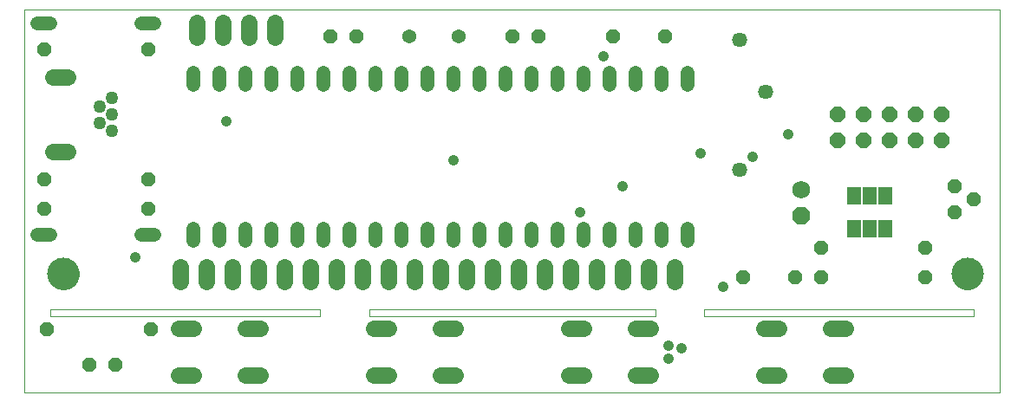
<source format=gbs>
G75*
%MOIN*%
%OFA0B0*%
%FSLAX25Y25*%
%IPPOS*%
%LPD*%
%AMOC8*
5,1,8,0,0,1.08239X$1,22.5*
%
%ADD10C,0.00000*%
%ADD11C,0.12411*%
%ADD12C,0.05400*%
%ADD13OC8,0.05400*%
%ADD14OC8,0.06900*%
%ADD15C,0.06900*%
%ADD16C,0.06200*%
%ADD17C,0.05400*%
%ADD18C,0.05743*%
%ADD19R,0.05200X0.06900*%
%ADD20OC8,0.05800*%
%ADD21C,0.04956*%
%ADD22C,0.04162*%
D10*
X0002038Y0001200D02*
X0002038Y0148650D01*
X0376959Y0148650D01*
X0376959Y0001200D01*
X0002038Y0001200D01*
X0012018Y0030550D02*
X0012018Y0033050D01*
X0115768Y0033050D01*
X0115768Y0030550D01*
X0012018Y0030550D01*
X0011112Y0046800D02*
X0011114Y0046953D01*
X0011120Y0047107D01*
X0011130Y0047260D01*
X0011144Y0047412D01*
X0011162Y0047565D01*
X0011184Y0047716D01*
X0011209Y0047867D01*
X0011239Y0048018D01*
X0011273Y0048168D01*
X0011310Y0048316D01*
X0011351Y0048464D01*
X0011396Y0048610D01*
X0011445Y0048756D01*
X0011498Y0048900D01*
X0011554Y0049042D01*
X0011614Y0049183D01*
X0011678Y0049323D01*
X0011745Y0049461D01*
X0011816Y0049597D01*
X0011891Y0049731D01*
X0011968Y0049863D01*
X0012050Y0049993D01*
X0012134Y0050121D01*
X0012222Y0050247D01*
X0012313Y0050370D01*
X0012407Y0050491D01*
X0012505Y0050609D01*
X0012605Y0050725D01*
X0012709Y0050838D01*
X0012815Y0050949D01*
X0012924Y0051057D01*
X0013036Y0051162D01*
X0013150Y0051263D01*
X0013268Y0051362D01*
X0013387Y0051458D01*
X0013509Y0051551D01*
X0013634Y0051640D01*
X0013761Y0051727D01*
X0013890Y0051809D01*
X0014021Y0051889D01*
X0014154Y0051965D01*
X0014289Y0052038D01*
X0014426Y0052107D01*
X0014565Y0052172D01*
X0014705Y0052234D01*
X0014847Y0052292D01*
X0014990Y0052347D01*
X0015135Y0052398D01*
X0015281Y0052445D01*
X0015428Y0052488D01*
X0015576Y0052527D01*
X0015725Y0052563D01*
X0015875Y0052594D01*
X0016026Y0052622D01*
X0016177Y0052646D01*
X0016330Y0052666D01*
X0016482Y0052682D01*
X0016635Y0052694D01*
X0016788Y0052702D01*
X0016941Y0052706D01*
X0017095Y0052706D01*
X0017248Y0052702D01*
X0017401Y0052694D01*
X0017554Y0052682D01*
X0017706Y0052666D01*
X0017859Y0052646D01*
X0018010Y0052622D01*
X0018161Y0052594D01*
X0018311Y0052563D01*
X0018460Y0052527D01*
X0018608Y0052488D01*
X0018755Y0052445D01*
X0018901Y0052398D01*
X0019046Y0052347D01*
X0019189Y0052292D01*
X0019331Y0052234D01*
X0019471Y0052172D01*
X0019610Y0052107D01*
X0019747Y0052038D01*
X0019882Y0051965D01*
X0020015Y0051889D01*
X0020146Y0051809D01*
X0020275Y0051727D01*
X0020402Y0051640D01*
X0020527Y0051551D01*
X0020649Y0051458D01*
X0020768Y0051362D01*
X0020886Y0051263D01*
X0021000Y0051162D01*
X0021112Y0051057D01*
X0021221Y0050949D01*
X0021327Y0050838D01*
X0021431Y0050725D01*
X0021531Y0050609D01*
X0021629Y0050491D01*
X0021723Y0050370D01*
X0021814Y0050247D01*
X0021902Y0050121D01*
X0021986Y0049993D01*
X0022068Y0049863D01*
X0022145Y0049731D01*
X0022220Y0049597D01*
X0022291Y0049461D01*
X0022358Y0049323D01*
X0022422Y0049183D01*
X0022482Y0049042D01*
X0022538Y0048900D01*
X0022591Y0048756D01*
X0022640Y0048610D01*
X0022685Y0048464D01*
X0022726Y0048316D01*
X0022763Y0048168D01*
X0022797Y0048018D01*
X0022827Y0047867D01*
X0022852Y0047716D01*
X0022874Y0047565D01*
X0022892Y0047412D01*
X0022906Y0047260D01*
X0022916Y0047107D01*
X0022922Y0046953D01*
X0022924Y0046800D01*
X0022922Y0046647D01*
X0022916Y0046493D01*
X0022906Y0046340D01*
X0022892Y0046188D01*
X0022874Y0046035D01*
X0022852Y0045884D01*
X0022827Y0045733D01*
X0022797Y0045582D01*
X0022763Y0045432D01*
X0022726Y0045284D01*
X0022685Y0045136D01*
X0022640Y0044990D01*
X0022591Y0044844D01*
X0022538Y0044700D01*
X0022482Y0044558D01*
X0022422Y0044417D01*
X0022358Y0044277D01*
X0022291Y0044139D01*
X0022220Y0044003D01*
X0022145Y0043869D01*
X0022068Y0043737D01*
X0021986Y0043607D01*
X0021902Y0043479D01*
X0021814Y0043353D01*
X0021723Y0043230D01*
X0021629Y0043109D01*
X0021531Y0042991D01*
X0021431Y0042875D01*
X0021327Y0042762D01*
X0021221Y0042651D01*
X0021112Y0042543D01*
X0021000Y0042438D01*
X0020886Y0042337D01*
X0020768Y0042238D01*
X0020649Y0042142D01*
X0020527Y0042049D01*
X0020402Y0041960D01*
X0020275Y0041873D01*
X0020146Y0041791D01*
X0020015Y0041711D01*
X0019882Y0041635D01*
X0019747Y0041562D01*
X0019610Y0041493D01*
X0019471Y0041428D01*
X0019331Y0041366D01*
X0019189Y0041308D01*
X0019046Y0041253D01*
X0018901Y0041202D01*
X0018755Y0041155D01*
X0018608Y0041112D01*
X0018460Y0041073D01*
X0018311Y0041037D01*
X0018161Y0041006D01*
X0018010Y0040978D01*
X0017859Y0040954D01*
X0017706Y0040934D01*
X0017554Y0040918D01*
X0017401Y0040906D01*
X0017248Y0040898D01*
X0017095Y0040894D01*
X0016941Y0040894D01*
X0016788Y0040898D01*
X0016635Y0040906D01*
X0016482Y0040918D01*
X0016330Y0040934D01*
X0016177Y0040954D01*
X0016026Y0040978D01*
X0015875Y0041006D01*
X0015725Y0041037D01*
X0015576Y0041073D01*
X0015428Y0041112D01*
X0015281Y0041155D01*
X0015135Y0041202D01*
X0014990Y0041253D01*
X0014847Y0041308D01*
X0014705Y0041366D01*
X0014565Y0041428D01*
X0014426Y0041493D01*
X0014289Y0041562D01*
X0014154Y0041635D01*
X0014021Y0041711D01*
X0013890Y0041791D01*
X0013761Y0041873D01*
X0013634Y0041960D01*
X0013509Y0042049D01*
X0013387Y0042142D01*
X0013268Y0042238D01*
X0013150Y0042337D01*
X0013036Y0042438D01*
X0012924Y0042543D01*
X0012815Y0042651D01*
X0012709Y0042762D01*
X0012605Y0042875D01*
X0012505Y0042991D01*
X0012407Y0043109D01*
X0012313Y0043230D01*
X0012222Y0043353D01*
X0012134Y0043479D01*
X0012050Y0043607D01*
X0011968Y0043737D01*
X0011891Y0043869D01*
X0011816Y0044003D01*
X0011745Y0044139D01*
X0011678Y0044277D01*
X0011614Y0044417D01*
X0011554Y0044558D01*
X0011498Y0044700D01*
X0011445Y0044844D01*
X0011396Y0044990D01*
X0011351Y0045136D01*
X0011310Y0045284D01*
X0011273Y0045432D01*
X0011239Y0045582D01*
X0011209Y0045733D01*
X0011184Y0045884D01*
X0011162Y0046035D01*
X0011144Y0046188D01*
X0011130Y0046340D01*
X0011120Y0046493D01*
X0011114Y0046647D01*
X0011112Y0046800D01*
X0134518Y0033050D02*
X0134518Y0030550D01*
X0244518Y0030550D01*
X0244518Y0033050D01*
X0134518Y0033050D01*
X0263268Y0033050D02*
X0263268Y0030550D01*
X0367018Y0030550D01*
X0367018Y0033050D01*
X0263268Y0033050D01*
X0358612Y0046800D02*
X0358614Y0046953D01*
X0358620Y0047107D01*
X0358630Y0047260D01*
X0358644Y0047412D01*
X0358662Y0047565D01*
X0358684Y0047716D01*
X0358709Y0047867D01*
X0358739Y0048018D01*
X0358773Y0048168D01*
X0358810Y0048316D01*
X0358851Y0048464D01*
X0358896Y0048610D01*
X0358945Y0048756D01*
X0358998Y0048900D01*
X0359054Y0049042D01*
X0359114Y0049183D01*
X0359178Y0049323D01*
X0359245Y0049461D01*
X0359316Y0049597D01*
X0359391Y0049731D01*
X0359468Y0049863D01*
X0359550Y0049993D01*
X0359634Y0050121D01*
X0359722Y0050247D01*
X0359813Y0050370D01*
X0359907Y0050491D01*
X0360005Y0050609D01*
X0360105Y0050725D01*
X0360209Y0050838D01*
X0360315Y0050949D01*
X0360424Y0051057D01*
X0360536Y0051162D01*
X0360650Y0051263D01*
X0360768Y0051362D01*
X0360887Y0051458D01*
X0361009Y0051551D01*
X0361134Y0051640D01*
X0361261Y0051727D01*
X0361390Y0051809D01*
X0361521Y0051889D01*
X0361654Y0051965D01*
X0361789Y0052038D01*
X0361926Y0052107D01*
X0362065Y0052172D01*
X0362205Y0052234D01*
X0362347Y0052292D01*
X0362490Y0052347D01*
X0362635Y0052398D01*
X0362781Y0052445D01*
X0362928Y0052488D01*
X0363076Y0052527D01*
X0363225Y0052563D01*
X0363375Y0052594D01*
X0363526Y0052622D01*
X0363677Y0052646D01*
X0363830Y0052666D01*
X0363982Y0052682D01*
X0364135Y0052694D01*
X0364288Y0052702D01*
X0364441Y0052706D01*
X0364595Y0052706D01*
X0364748Y0052702D01*
X0364901Y0052694D01*
X0365054Y0052682D01*
X0365206Y0052666D01*
X0365359Y0052646D01*
X0365510Y0052622D01*
X0365661Y0052594D01*
X0365811Y0052563D01*
X0365960Y0052527D01*
X0366108Y0052488D01*
X0366255Y0052445D01*
X0366401Y0052398D01*
X0366546Y0052347D01*
X0366689Y0052292D01*
X0366831Y0052234D01*
X0366971Y0052172D01*
X0367110Y0052107D01*
X0367247Y0052038D01*
X0367382Y0051965D01*
X0367515Y0051889D01*
X0367646Y0051809D01*
X0367775Y0051727D01*
X0367902Y0051640D01*
X0368027Y0051551D01*
X0368149Y0051458D01*
X0368268Y0051362D01*
X0368386Y0051263D01*
X0368500Y0051162D01*
X0368612Y0051057D01*
X0368721Y0050949D01*
X0368827Y0050838D01*
X0368931Y0050725D01*
X0369031Y0050609D01*
X0369129Y0050491D01*
X0369223Y0050370D01*
X0369314Y0050247D01*
X0369402Y0050121D01*
X0369486Y0049993D01*
X0369568Y0049863D01*
X0369645Y0049731D01*
X0369720Y0049597D01*
X0369791Y0049461D01*
X0369858Y0049323D01*
X0369922Y0049183D01*
X0369982Y0049042D01*
X0370038Y0048900D01*
X0370091Y0048756D01*
X0370140Y0048610D01*
X0370185Y0048464D01*
X0370226Y0048316D01*
X0370263Y0048168D01*
X0370297Y0048018D01*
X0370327Y0047867D01*
X0370352Y0047716D01*
X0370374Y0047565D01*
X0370392Y0047412D01*
X0370406Y0047260D01*
X0370416Y0047107D01*
X0370422Y0046953D01*
X0370424Y0046800D01*
X0370422Y0046647D01*
X0370416Y0046493D01*
X0370406Y0046340D01*
X0370392Y0046188D01*
X0370374Y0046035D01*
X0370352Y0045884D01*
X0370327Y0045733D01*
X0370297Y0045582D01*
X0370263Y0045432D01*
X0370226Y0045284D01*
X0370185Y0045136D01*
X0370140Y0044990D01*
X0370091Y0044844D01*
X0370038Y0044700D01*
X0369982Y0044558D01*
X0369922Y0044417D01*
X0369858Y0044277D01*
X0369791Y0044139D01*
X0369720Y0044003D01*
X0369645Y0043869D01*
X0369568Y0043737D01*
X0369486Y0043607D01*
X0369402Y0043479D01*
X0369314Y0043353D01*
X0369223Y0043230D01*
X0369129Y0043109D01*
X0369031Y0042991D01*
X0368931Y0042875D01*
X0368827Y0042762D01*
X0368721Y0042651D01*
X0368612Y0042543D01*
X0368500Y0042438D01*
X0368386Y0042337D01*
X0368268Y0042238D01*
X0368149Y0042142D01*
X0368027Y0042049D01*
X0367902Y0041960D01*
X0367775Y0041873D01*
X0367646Y0041791D01*
X0367515Y0041711D01*
X0367382Y0041635D01*
X0367247Y0041562D01*
X0367110Y0041493D01*
X0366971Y0041428D01*
X0366831Y0041366D01*
X0366689Y0041308D01*
X0366546Y0041253D01*
X0366401Y0041202D01*
X0366255Y0041155D01*
X0366108Y0041112D01*
X0365960Y0041073D01*
X0365811Y0041037D01*
X0365661Y0041006D01*
X0365510Y0040978D01*
X0365359Y0040954D01*
X0365206Y0040934D01*
X0365054Y0040918D01*
X0364901Y0040906D01*
X0364748Y0040898D01*
X0364595Y0040894D01*
X0364441Y0040894D01*
X0364288Y0040898D01*
X0364135Y0040906D01*
X0363982Y0040918D01*
X0363830Y0040934D01*
X0363677Y0040954D01*
X0363526Y0040978D01*
X0363375Y0041006D01*
X0363225Y0041037D01*
X0363076Y0041073D01*
X0362928Y0041112D01*
X0362781Y0041155D01*
X0362635Y0041202D01*
X0362490Y0041253D01*
X0362347Y0041308D01*
X0362205Y0041366D01*
X0362065Y0041428D01*
X0361926Y0041493D01*
X0361789Y0041562D01*
X0361654Y0041635D01*
X0361521Y0041711D01*
X0361390Y0041791D01*
X0361261Y0041873D01*
X0361134Y0041960D01*
X0361009Y0042049D01*
X0360887Y0042142D01*
X0360768Y0042238D01*
X0360650Y0042337D01*
X0360536Y0042438D01*
X0360424Y0042543D01*
X0360315Y0042651D01*
X0360209Y0042762D01*
X0360105Y0042875D01*
X0360005Y0042991D01*
X0359907Y0043109D01*
X0359813Y0043230D01*
X0359722Y0043353D01*
X0359634Y0043479D01*
X0359550Y0043607D01*
X0359468Y0043737D01*
X0359391Y0043869D01*
X0359316Y0044003D01*
X0359245Y0044139D01*
X0359178Y0044277D01*
X0359114Y0044417D01*
X0359054Y0044558D01*
X0358998Y0044700D01*
X0358945Y0044844D01*
X0358896Y0044990D01*
X0358851Y0045136D01*
X0358810Y0045284D01*
X0358773Y0045432D01*
X0358739Y0045582D01*
X0358709Y0045733D01*
X0358684Y0045884D01*
X0358662Y0046035D01*
X0358644Y0046188D01*
X0358630Y0046340D01*
X0358620Y0046493D01*
X0358614Y0046647D01*
X0358612Y0046800D01*
D11*
X0364518Y0046800D03*
X0017018Y0046800D03*
D12*
X0150018Y0138050D03*
X0169018Y0138050D03*
D13*
X0189518Y0138050D03*
X0199518Y0138050D03*
X0228268Y0138050D03*
X0248268Y0138050D03*
X0129518Y0138050D03*
X0119518Y0138050D03*
X0049518Y0133050D03*
X0009518Y0133050D03*
X0009518Y0083050D03*
X0009518Y0071800D03*
X0049518Y0071800D03*
X0049518Y0083050D03*
X0050768Y0025550D03*
X0037018Y0011800D03*
X0027018Y0011800D03*
X0010768Y0025550D03*
X0278268Y0045550D03*
X0298268Y0045550D03*
X0308268Y0045550D03*
X0308268Y0056800D03*
X0348268Y0056800D03*
X0348268Y0045550D03*
X0359518Y0070550D03*
X0367018Y0075550D03*
X0359518Y0080550D03*
D14*
X0300768Y0069300D03*
D15*
X0300768Y0079300D03*
D16*
X0252018Y0049600D02*
X0252018Y0044000D01*
X0242018Y0044000D02*
X0242018Y0049600D01*
X0232018Y0049600D02*
X0232018Y0044000D01*
X0222018Y0044000D02*
X0222018Y0049600D01*
X0212018Y0049600D02*
X0212018Y0044000D01*
X0202018Y0044000D02*
X0202018Y0049600D01*
X0192018Y0049600D02*
X0192018Y0044000D01*
X0182018Y0044000D02*
X0182018Y0049600D01*
X0172018Y0049600D02*
X0172018Y0044000D01*
X0162018Y0044000D02*
X0162018Y0049600D01*
X0152018Y0049600D02*
X0152018Y0044000D01*
X0142018Y0044000D02*
X0142018Y0049600D01*
X0132018Y0049600D02*
X0132018Y0044000D01*
X0122018Y0044000D02*
X0122018Y0049600D01*
X0112018Y0049600D02*
X0112018Y0044000D01*
X0102018Y0044000D02*
X0102018Y0049600D01*
X0092018Y0049600D02*
X0092018Y0044000D01*
X0082018Y0044000D02*
X0082018Y0049600D01*
X0072018Y0049600D02*
X0072018Y0044000D01*
X0062018Y0044000D02*
X0062018Y0049600D01*
X0061418Y0025700D02*
X0067018Y0025700D01*
X0087018Y0025700D02*
X0092618Y0025700D01*
X0092618Y0007900D02*
X0087018Y0007900D01*
X0067018Y0007900D02*
X0061418Y0007900D01*
X0136418Y0007900D02*
X0142018Y0007900D01*
X0162018Y0007900D02*
X0167618Y0007900D01*
X0167618Y0025700D02*
X0162018Y0025700D01*
X0142018Y0025700D02*
X0136418Y0025700D01*
X0211418Y0025700D02*
X0217018Y0025700D01*
X0237018Y0025700D02*
X0242618Y0025700D01*
X0242618Y0007900D02*
X0237018Y0007900D01*
X0217018Y0007900D02*
X0211418Y0007900D01*
X0286418Y0007900D02*
X0292018Y0007900D01*
X0312018Y0007900D02*
X0317618Y0007900D01*
X0317618Y0025700D02*
X0312018Y0025700D01*
X0292018Y0025700D02*
X0286418Y0025700D01*
X0018558Y0093680D02*
X0012958Y0093680D01*
X0012958Y0122420D02*
X0018558Y0122420D01*
X0068268Y0137750D02*
X0068268Y0143350D01*
X0078268Y0143350D02*
X0078268Y0137750D01*
X0088268Y0137750D02*
X0088268Y0143350D01*
X0098268Y0143350D02*
X0098268Y0137750D01*
D17*
X0097018Y0124200D02*
X0097018Y0119400D01*
X0087018Y0119400D02*
X0087018Y0124200D01*
X0077018Y0124200D02*
X0077018Y0119400D01*
X0067018Y0119400D02*
X0067018Y0124200D01*
X0107018Y0124200D02*
X0107018Y0119400D01*
X0117018Y0119400D02*
X0117018Y0124200D01*
X0127018Y0124200D02*
X0127018Y0119400D01*
X0137018Y0119400D02*
X0137018Y0124200D01*
X0147018Y0124200D02*
X0147018Y0119400D01*
X0157018Y0119400D02*
X0157018Y0124200D01*
X0167018Y0124200D02*
X0167018Y0119400D01*
X0177018Y0119400D02*
X0177018Y0124200D01*
X0187018Y0124200D02*
X0187018Y0119400D01*
X0197018Y0119400D02*
X0197018Y0124200D01*
X0207018Y0124200D02*
X0207018Y0119400D01*
X0217018Y0119400D02*
X0217018Y0124200D01*
X0227018Y0124200D02*
X0227018Y0119400D01*
X0237018Y0119400D02*
X0237018Y0124200D01*
X0247018Y0124200D02*
X0247018Y0119400D01*
X0257018Y0119400D02*
X0257018Y0124200D01*
X0257018Y0064200D02*
X0257018Y0059400D01*
X0247018Y0059400D02*
X0247018Y0064200D01*
X0237018Y0064200D02*
X0237018Y0059400D01*
X0227018Y0059400D02*
X0227018Y0064200D01*
X0217018Y0064200D02*
X0217018Y0059400D01*
X0207018Y0059400D02*
X0207018Y0064200D01*
X0197018Y0064200D02*
X0197018Y0059400D01*
X0187018Y0059400D02*
X0187018Y0064200D01*
X0177018Y0064200D02*
X0177018Y0059400D01*
X0167018Y0059400D02*
X0167018Y0064200D01*
X0157018Y0064200D02*
X0157018Y0059400D01*
X0147018Y0059400D02*
X0147018Y0064200D01*
X0137018Y0064200D02*
X0137018Y0059400D01*
X0127018Y0059400D02*
X0127018Y0064200D01*
X0117018Y0064200D02*
X0117018Y0059400D01*
X0107018Y0059400D02*
X0107018Y0064200D01*
X0097018Y0064200D02*
X0097018Y0059400D01*
X0087018Y0059400D02*
X0087018Y0064200D01*
X0077018Y0064200D02*
X0077018Y0059400D01*
X0067018Y0059400D02*
X0067018Y0064200D01*
X0051918Y0061800D02*
X0047118Y0061800D01*
X0011918Y0061800D02*
X0007118Y0061800D01*
X0007118Y0143050D02*
X0011918Y0143050D01*
X0047118Y0143050D02*
X0051918Y0143050D01*
D18*
X0277018Y0136800D03*
X0287018Y0116800D03*
X0277018Y0086800D03*
D19*
X0321018Y0076800D03*
X0327018Y0076800D03*
X0333018Y0076800D03*
X0333018Y0064300D03*
X0327018Y0064300D03*
X0321018Y0064300D03*
D20*
X0324518Y0098050D03*
X0314518Y0098050D03*
X0334518Y0098050D03*
X0344518Y0098050D03*
X0354518Y0098050D03*
X0354518Y0108050D03*
X0344518Y0108050D03*
X0334518Y0108050D03*
X0324518Y0108050D03*
X0314518Y0108050D03*
D21*
X0035640Y0108050D03*
X0030916Y0104900D03*
X0035640Y0101751D03*
X0030916Y0111200D03*
X0035640Y0114349D03*
D22*
X0079518Y0105550D03*
X0167018Y0090550D03*
X0215768Y0070550D03*
X0232018Y0080550D03*
X0262018Y0093050D03*
X0282018Y0091800D03*
X0295768Y0100550D03*
X0224518Y0130550D03*
X0044518Y0053050D03*
X0249518Y0019300D03*
X0254518Y0018050D03*
X0249518Y0014300D03*
X0270768Y0041800D03*
M02*

</source>
